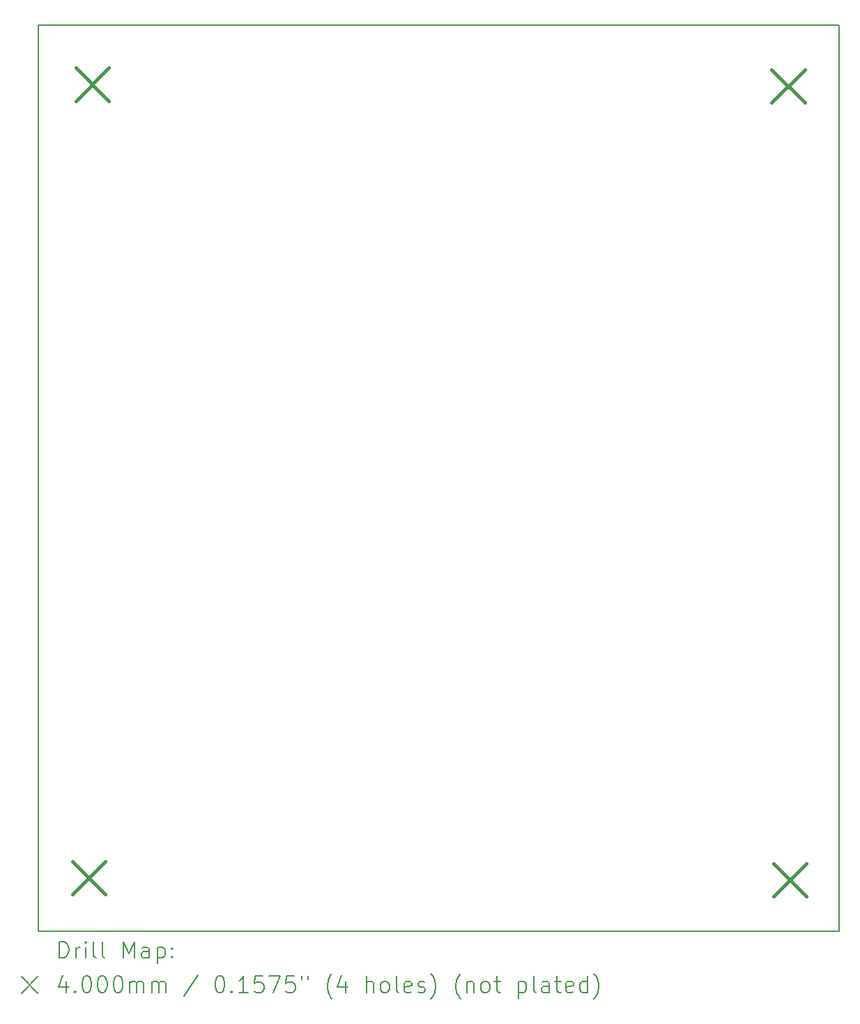
<source format=gbr>
%TF.GenerationSoftware,KiCad,Pcbnew,7.0.10*%
%TF.CreationDate,2024-03-07T18:06:18-07:00*%
%TF.ProjectId,Senior Design,53656e69-6f72-4204-9465-7369676e2e6b,rev?*%
%TF.SameCoordinates,Original*%
%TF.FileFunction,Drillmap*%
%TF.FilePolarity,Positive*%
%FSLAX45Y45*%
G04 Gerber Fmt 4.5, Leading zero omitted, Abs format (unit mm)*
G04 Created by KiCad (PCBNEW 7.0.10) date 2024-03-07 18:06:18*
%MOMM*%
%LPD*%
G01*
G04 APERTURE LIST*
%ADD10C,0.200000*%
%ADD11C,0.400000*%
G04 APERTURE END LIST*
D10*
X12200000Y-3670000D02*
X21924000Y-3670000D01*
X21924000Y-14670000D01*
X12200000Y-14670000D01*
X12200000Y-3670000D01*
D11*
X12610000Y-13820000D02*
X13010000Y-14220000D01*
X13010000Y-13820000D02*
X12610000Y-14220000D01*
X12650000Y-4190000D02*
X13050000Y-4590000D01*
X13050000Y-4190000D02*
X12650000Y-4590000D01*
X21106000Y-4209000D02*
X21506000Y-4609000D01*
X21506000Y-4209000D02*
X21106000Y-4609000D01*
X21126000Y-13846000D02*
X21526000Y-14246000D01*
X21526000Y-13846000D02*
X21126000Y-14246000D01*
D10*
X12450777Y-14991484D02*
X12450777Y-14791484D01*
X12450777Y-14791484D02*
X12498396Y-14791484D01*
X12498396Y-14791484D02*
X12526967Y-14801008D01*
X12526967Y-14801008D02*
X12546015Y-14820055D01*
X12546015Y-14820055D02*
X12555539Y-14839103D01*
X12555539Y-14839103D02*
X12565062Y-14877198D01*
X12565062Y-14877198D02*
X12565062Y-14905769D01*
X12565062Y-14905769D02*
X12555539Y-14943865D01*
X12555539Y-14943865D02*
X12546015Y-14962912D01*
X12546015Y-14962912D02*
X12526967Y-14981960D01*
X12526967Y-14981960D02*
X12498396Y-14991484D01*
X12498396Y-14991484D02*
X12450777Y-14991484D01*
X12650777Y-14991484D02*
X12650777Y-14858150D01*
X12650777Y-14896246D02*
X12660301Y-14877198D01*
X12660301Y-14877198D02*
X12669824Y-14867674D01*
X12669824Y-14867674D02*
X12688872Y-14858150D01*
X12688872Y-14858150D02*
X12707920Y-14858150D01*
X12774586Y-14991484D02*
X12774586Y-14858150D01*
X12774586Y-14791484D02*
X12765062Y-14801008D01*
X12765062Y-14801008D02*
X12774586Y-14810531D01*
X12774586Y-14810531D02*
X12784110Y-14801008D01*
X12784110Y-14801008D02*
X12774586Y-14791484D01*
X12774586Y-14791484D02*
X12774586Y-14810531D01*
X12898396Y-14991484D02*
X12879348Y-14981960D01*
X12879348Y-14981960D02*
X12869824Y-14962912D01*
X12869824Y-14962912D02*
X12869824Y-14791484D01*
X13003158Y-14991484D02*
X12984110Y-14981960D01*
X12984110Y-14981960D02*
X12974586Y-14962912D01*
X12974586Y-14962912D02*
X12974586Y-14791484D01*
X13231729Y-14991484D02*
X13231729Y-14791484D01*
X13231729Y-14791484D02*
X13298396Y-14934341D01*
X13298396Y-14934341D02*
X13365062Y-14791484D01*
X13365062Y-14791484D02*
X13365062Y-14991484D01*
X13546015Y-14991484D02*
X13546015Y-14886722D01*
X13546015Y-14886722D02*
X13536491Y-14867674D01*
X13536491Y-14867674D02*
X13517443Y-14858150D01*
X13517443Y-14858150D02*
X13479348Y-14858150D01*
X13479348Y-14858150D02*
X13460301Y-14867674D01*
X13546015Y-14981960D02*
X13526967Y-14991484D01*
X13526967Y-14991484D02*
X13479348Y-14991484D01*
X13479348Y-14991484D02*
X13460301Y-14981960D01*
X13460301Y-14981960D02*
X13450777Y-14962912D01*
X13450777Y-14962912D02*
X13450777Y-14943865D01*
X13450777Y-14943865D02*
X13460301Y-14924817D01*
X13460301Y-14924817D02*
X13479348Y-14915293D01*
X13479348Y-14915293D02*
X13526967Y-14915293D01*
X13526967Y-14915293D02*
X13546015Y-14905769D01*
X13641253Y-14858150D02*
X13641253Y-15058150D01*
X13641253Y-14867674D02*
X13660301Y-14858150D01*
X13660301Y-14858150D02*
X13698396Y-14858150D01*
X13698396Y-14858150D02*
X13717443Y-14867674D01*
X13717443Y-14867674D02*
X13726967Y-14877198D01*
X13726967Y-14877198D02*
X13736491Y-14896246D01*
X13736491Y-14896246D02*
X13736491Y-14953388D01*
X13736491Y-14953388D02*
X13726967Y-14972436D01*
X13726967Y-14972436D02*
X13717443Y-14981960D01*
X13717443Y-14981960D02*
X13698396Y-14991484D01*
X13698396Y-14991484D02*
X13660301Y-14991484D01*
X13660301Y-14991484D02*
X13641253Y-14981960D01*
X13822205Y-14972436D02*
X13831729Y-14981960D01*
X13831729Y-14981960D02*
X13822205Y-14991484D01*
X13822205Y-14991484D02*
X13812682Y-14981960D01*
X13812682Y-14981960D02*
X13822205Y-14972436D01*
X13822205Y-14972436D02*
X13822205Y-14991484D01*
X13822205Y-14867674D02*
X13831729Y-14877198D01*
X13831729Y-14877198D02*
X13822205Y-14886722D01*
X13822205Y-14886722D02*
X13812682Y-14877198D01*
X13812682Y-14877198D02*
X13822205Y-14867674D01*
X13822205Y-14867674D02*
X13822205Y-14886722D01*
X11990000Y-15220000D02*
X12190000Y-15420000D01*
X12190000Y-15220000D02*
X11990000Y-15420000D01*
X12536491Y-15278150D02*
X12536491Y-15411484D01*
X12488872Y-15201960D02*
X12441253Y-15344817D01*
X12441253Y-15344817D02*
X12565062Y-15344817D01*
X12641253Y-15392436D02*
X12650777Y-15401960D01*
X12650777Y-15401960D02*
X12641253Y-15411484D01*
X12641253Y-15411484D02*
X12631729Y-15401960D01*
X12631729Y-15401960D02*
X12641253Y-15392436D01*
X12641253Y-15392436D02*
X12641253Y-15411484D01*
X12774586Y-15211484D02*
X12793634Y-15211484D01*
X12793634Y-15211484D02*
X12812682Y-15221008D01*
X12812682Y-15221008D02*
X12822205Y-15230531D01*
X12822205Y-15230531D02*
X12831729Y-15249579D01*
X12831729Y-15249579D02*
X12841253Y-15287674D01*
X12841253Y-15287674D02*
X12841253Y-15335293D01*
X12841253Y-15335293D02*
X12831729Y-15373388D01*
X12831729Y-15373388D02*
X12822205Y-15392436D01*
X12822205Y-15392436D02*
X12812682Y-15401960D01*
X12812682Y-15401960D02*
X12793634Y-15411484D01*
X12793634Y-15411484D02*
X12774586Y-15411484D01*
X12774586Y-15411484D02*
X12755539Y-15401960D01*
X12755539Y-15401960D02*
X12746015Y-15392436D01*
X12746015Y-15392436D02*
X12736491Y-15373388D01*
X12736491Y-15373388D02*
X12726967Y-15335293D01*
X12726967Y-15335293D02*
X12726967Y-15287674D01*
X12726967Y-15287674D02*
X12736491Y-15249579D01*
X12736491Y-15249579D02*
X12746015Y-15230531D01*
X12746015Y-15230531D02*
X12755539Y-15221008D01*
X12755539Y-15221008D02*
X12774586Y-15211484D01*
X12965062Y-15211484D02*
X12984110Y-15211484D01*
X12984110Y-15211484D02*
X13003158Y-15221008D01*
X13003158Y-15221008D02*
X13012682Y-15230531D01*
X13012682Y-15230531D02*
X13022205Y-15249579D01*
X13022205Y-15249579D02*
X13031729Y-15287674D01*
X13031729Y-15287674D02*
X13031729Y-15335293D01*
X13031729Y-15335293D02*
X13022205Y-15373388D01*
X13022205Y-15373388D02*
X13012682Y-15392436D01*
X13012682Y-15392436D02*
X13003158Y-15401960D01*
X13003158Y-15401960D02*
X12984110Y-15411484D01*
X12984110Y-15411484D02*
X12965062Y-15411484D01*
X12965062Y-15411484D02*
X12946015Y-15401960D01*
X12946015Y-15401960D02*
X12936491Y-15392436D01*
X12936491Y-15392436D02*
X12926967Y-15373388D01*
X12926967Y-15373388D02*
X12917443Y-15335293D01*
X12917443Y-15335293D02*
X12917443Y-15287674D01*
X12917443Y-15287674D02*
X12926967Y-15249579D01*
X12926967Y-15249579D02*
X12936491Y-15230531D01*
X12936491Y-15230531D02*
X12946015Y-15221008D01*
X12946015Y-15221008D02*
X12965062Y-15211484D01*
X13155539Y-15211484D02*
X13174586Y-15211484D01*
X13174586Y-15211484D02*
X13193634Y-15221008D01*
X13193634Y-15221008D02*
X13203158Y-15230531D01*
X13203158Y-15230531D02*
X13212682Y-15249579D01*
X13212682Y-15249579D02*
X13222205Y-15287674D01*
X13222205Y-15287674D02*
X13222205Y-15335293D01*
X13222205Y-15335293D02*
X13212682Y-15373388D01*
X13212682Y-15373388D02*
X13203158Y-15392436D01*
X13203158Y-15392436D02*
X13193634Y-15401960D01*
X13193634Y-15401960D02*
X13174586Y-15411484D01*
X13174586Y-15411484D02*
X13155539Y-15411484D01*
X13155539Y-15411484D02*
X13136491Y-15401960D01*
X13136491Y-15401960D02*
X13126967Y-15392436D01*
X13126967Y-15392436D02*
X13117443Y-15373388D01*
X13117443Y-15373388D02*
X13107920Y-15335293D01*
X13107920Y-15335293D02*
X13107920Y-15287674D01*
X13107920Y-15287674D02*
X13117443Y-15249579D01*
X13117443Y-15249579D02*
X13126967Y-15230531D01*
X13126967Y-15230531D02*
X13136491Y-15221008D01*
X13136491Y-15221008D02*
X13155539Y-15211484D01*
X13307920Y-15411484D02*
X13307920Y-15278150D01*
X13307920Y-15297198D02*
X13317443Y-15287674D01*
X13317443Y-15287674D02*
X13336491Y-15278150D01*
X13336491Y-15278150D02*
X13365063Y-15278150D01*
X13365063Y-15278150D02*
X13384110Y-15287674D01*
X13384110Y-15287674D02*
X13393634Y-15306722D01*
X13393634Y-15306722D02*
X13393634Y-15411484D01*
X13393634Y-15306722D02*
X13403158Y-15287674D01*
X13403158Y-15287674D02*
X13422205Y-15278150D01*
X13422205Y-15278150D02*
X13450777Y-15278150D01*
X13450777Y-15278150D02*
X13469824Y-15287674D01*
X13469824Y-15287674D02*
X13479348Y-15306722D01*
X13479348Y-15306722D02*
X13479348Y-15411484D01*
X13574586Y-15411484D02*
X13574586Y-15278150D01*
X13574586Y-15297198D02*
X13584110Y-15287674D01*
X13584110Y-15287674D02*
X13603158Y-15278150D01*
X13603158Y-15278150D02*
X13631729Y-15278150D01*
X13631729Y-15278150D02*
X13650777Y-15287674D01*
X13650777Y-15287674D02*
X13660301Y-15306722D01*
X13660301Y-15306722D02*
X13660301Y-15411484D01*
X13660301Y-15306722D02*
X13669824Y-15287674D01*
X13669824Y-15287674D02*
X13688872Y-15278150D01*
X13688872Y-15278150D02*
X13717443Y-15278150D01*
X13717443Y-15278150D02*
X13736491Y-15287674D01*
X13736491Y-15287674D02*
X13746015Y-15306722D01*
X13746015Y-15306722D02*
X13746015Y-15411484D01*
X14136491Y-15201960D02*
X13965063Y-15459103D01*
X14393634Y-15211484D02*
X14412682Y-15211484D01*
X14412682Y-15211484D02*
X14431729Y-15221008D01*
X14431729Y-15221008D02*
X14441253Y-15230531D01*
X14441253Y-15230531D02*
X14450777Y-15249579D01*
X14450777Y-15249579D02*
X14460301Y-15287674D01*
X14460301Y-15287674D02*
X14460301Y-15335293D01*
X14460301Y-15335293D02*
X14450777Y-15373388D01*
X14450777Y-15373388D02*
X14441253Y-15392436D01*
X14441253Y-15392436D02*
X14431729Y-15401960D01*
X14431729Y-15401960D02*
X14412682Y-15411484D01*
X14412682Y-15411484D02*
X14393634Y-15411484D01*
X14393634Y-15411484D02*
X14374586Y-15401960D01*
X14374586Y-15401960D02*
X14365063Y-15392436D01*
X14365063Y-15392436D02*
X14355539Y-15373388D01*
X14355539Y-15373388D02*
X14346015Y-15335293D01*
X14346015Y-15335293D02*
X14346015Y-15287674D01*
X14346015Y-15287674D02*
X14355539Y-15249579D01*
X14355539Y-15249579D02*
X14365063Y-15230531D01*
X14365063Y-15230531D02*
X14374586Y-15221008D01*
X14374586Y-15221008D02*
X14393634Y-15211484D01*
X14546015Y-15392436D02*
X14555539Y-15401960D01*
X14555539Y-15401960D02*
X14546015Y-15411484D01*
X14546015Y-15411484D02*
X14536491Y-15401960D01*
X14536491Y-15401960D02*
X14546015Y-15392436D01*
X14546015Y-15392436D02*
X14546015Y-15411484D01*
X14746015Y-15411484D02*
X14631729Y-15411484D01*
X14688872Y-15411484D02*
X14688872Y-15211484D01*
X14688872Y-15211484D02*
X14669825Y-15240055D01*
X14669825Y-15240055D02*
X14650777Y-15259103D01*
X14650777Y-15259103D02*
X14631729Y-15268627D01*
X14926967Y-15211484D02*
X14831729Y-15211484D01*
X14831729Y-15211484D02*
X14822206Y-15306722D01*
X14822206Y-15306722D02*
X14831729Y-15297198D01*
X14831729Y-15297198D02*
X14850777Y-15287674D01*
X14850777Y-15287674D02*
X14898396Y-15287674D01*
X14898396Y-15287674D02*
X14917444Y-15297198D01*
X14917444Y-15297198D02*
X14926967Y-15306722D01*
X14926967Y-15306722D02*
X14936491Y-15325769D01*
X14936491Y-15325769D02*
X14936491Y-15373388D01*
X14936491Y-15373388D02*
X14926967Y-15392436D01*
X14926967Y-15392436D02*
X14917444Y-15401960D01*
X14917444Y-15401960D02*
X14898396Y-15411484D01*
X14898396Y-15411484D02*
X14850777Y-15411484D01*
X14850777Y-15411484D02*
X14831729Y-15401960D01*
X14831729Y-15401960D02*
X14822206Y-15392436D01*
X15003158Y-15211484D02*
X15136491Y-15211484D01*
X15136491Y-15211484D02*
X15050777Y-15411484D01*
X15307920Y-15211484D02*
X15212682Y-15211484D01*
X15212682Y-15211484D02*
X15203158Y-15306722D01*
X15203158Y-15306722D02*
X15212682Y-15297198D01*
X15212682Y-15297198D02*
X15231729Y-15287674D01*
X15231729Y-15287674D02*
X15279348Y-15287674D01*
X15279348Y-15287674D02*
X15298396Y-15297198D01*
X15298396Y-15297198D02*
X15307920Y-15306722D01*
X15307920Y-15306722D02*
X15317444Y-15325769D01*
X15317444Y-15325769D02*
X15317444Y-15373388D01*
X15317444Y-15373388D02*
X15307920Y-15392436D01*
X15307920Y-15392436D02*
X15298396Y-15401960D01*
X15298396Y-15401960D02*
X15279348Y-15411484D01*
X15279348Y-15411484D02*
X15231729Y-15411484D01*
X15231729Y-15411484D02*
X15212682Y-15401960D01*
X15212682Y-15401960D02*
X15203158Y-15392436D01*
X15393634Y-15211484D02*
X15393634Y-15249579D01*
X15469825Y-15211484D02*
X15469825Y-15249579D01*
X15765063Y-15487674D02*
X15755539Y-15478150D01*
X15755539Y-15478150D02*
X15736491Y-15449579D01*
X15736491Y-15449579D02*
X15726968Y-15430531D01*
X15726968Y-15430531D02*
X15717444Y-15401960D01*
X15717444Y-15401960D02*
X15707920Y-15354341D01*
X15707920Y-15354341D02*
X15707920Y-15316246D01*
X15707920Y-15316246D02*
X15717444Y-15268627D01*
X15717444Y-15268627D02*
X15726968Y-15240055D01*
X15726968Y-15240055D02*
X15736491Y-15221008D01*
X15736491Y-15221008D02*
X15755539Y-15192436D01*
X15755539Y-15192436D02*
X15765063Y-15182912D01*
X15926968Y-15278150D02*
X15926968Y-15411484D01*
X15879348Y-15201960D02*
X15831729Y-15344817D01*
X15831729Y-15344817D02*
X15955539Y-15344817D01*
X16184110Y-15411484D02*
X16184110Y-15211484D01*
X16269825Y-15411484D02*
X16269825Y-15306722D01*
X16269825Y-15306722D02*
X16260301Y-15287674D01*
X16260301Y-15287674D02*
X16241253Y-15278150D01*
X16241253Y-15278150D02*
X16212682Y-15278150D01*
X16212682Y-15278150D02*
X16193634Y-15287674D01*
X16193634Y-15287674D02*
X16184110Y-15297198D01*
X16393634Y-15411484D02*
X16374587Y-15401960D01*
X16374587Y-15401960D02*
X16365063Y-15392436D01*
X16365063Y-15392436D02*
X16355539Y-15373388D01*
X16355539Y-15373388D02*
X16355539Y-15316246D01*
X16355539Y-15316246D02*
X16365063Y-15297198D01*
X16365063Y-15297198D02*
X16374587Y-15287674D01*
X16374587Y-15287674D02*
X16393634Y-15278150D01*
X16393634Y-15278150D02*
X16422206Y-15278150D01*
X16422206Y-15278150D02*
X16441253Y-15287674D01*
X16441253Y-15287674D02*
X16450777Y-15297198D01*
X16450777Y-15297198D02*
X16460301Y-15316246D01*
X16460301Y-15316246D02*
X16460301Y-15373388D01*
X16460301Y-15373388D02*
X16450777Y-15392436D01*
X16450777Y-15392436D02*
X16441253Y-15401960D01*
X16441253Y-15401960D02*
X16422206Y-15411484D01*
X16422206Y-15411484D02*
X16393634Y-15411484D01*
X16574587Y-15411484D02*
X16555539Y-15401960D01*
X16555539Y-15401960D02*
X16546015Y-15382912D01*
X16546015Y-15382912D02*
X16546015Y-15211484D01*
X16726968Y-15401960D02*
X16707920Y-15411484D01*
X16707920Y-15411484D02*
X16669825Y-15411484D01*
X16669825Y-15411484D02*
X16650777Y-15401960D01*
X16650777Y-15401960D02*
X16641253Y-15382912D01*
X16641253Y-15382912D02*
X16641253Y-15306722D01*
X16641253Y-15306722D02*
X16650777Y-15287674D01*
X16650777Y-15287674D02*
X16669825Y-15278150D01*
X16669825Y-15278150D02*
X16707920Y-15278150D01*
X16707920Y-15278150D02*
X16726968Y-15287674D01*
X16726968Y-15287674D02*
X16736491Y-15306722D01*
X16736491Y-15306722D02*
X16736491Y-15325769D01*
X16736491Y-15325769D02*
X16641253Y-15344817D01*
X16812682Y-15401960D02*
X16831730Y-15411484D01*
X16831730Y-15411484D02*
X16869825Y-15411484D01*
X16869825Y-15411484D02*
X16888873Y-15401960D01*
X16888873Y-15401960D02*
X16898396Y-15382912D01*
X16898396Y-15382912D02*
X16898396Y-15373388D01*
X16898396Y-15373388D02*
X16888873Y-15354341D01*
X16888873Y-15354341D02*
X16869825Y-15344817D01*
X16869825Y-15344817D02*
X16841253Y-15344817D01*
X16841253Y-15344817D02*
X16822206Y-15335293D01*
X16822206Y-15335293D02*
X16812682Y-15316246D01*
X16812682Y-15316246D02*
X16812682Y-15306722D01*
X16812682Y-15306722D02*
X16822206Y-15287674D01*
X16822206Y-15287674D02*
X16841253Y-15278150D01*
X16841253Y-15278150D02*
X16869825Y-15278150D01*
X16869825Y-15278150D02*
X16888873Y-15287674D01*
X16965063Y-15487674D02*
X16974587Y-15478150D01*
X16974587Y-15478150D02*
X16993634Y-15449579D01*
X16993634Y-15449579D02*
X17003158Y-15430531D01*
X17003158Y-15430531D02*
X17012682Y-15401960D01*
X17012682Y-15401960D02*
X17022206Y-15354341D01*
X17022206Y-15354341D02*
X17022206Y-15316246D01*
X17022206Y-15316246D02*
X17012682Y-15268627D01*
X17012682Y-15268627D02*
X17003158Y-15240055D01*
X17003158Y-15240055D02*
X16993634Y-15221008D01*
X16993634Y-15221008D02*
X16974587Y-15192436D01*
X16974587Y-15192436D02*
X16965063Y-15182912D01*
X17326968Y-15487674D02*
X17317444Y-15478150D01*
X17317444Y-15478150D02*
X17298396Y-15449579D01*
X17298396Y-15449579D02*
X17288873Y-15430531D01*
X17288873Y-15430531D02*
X17279349Y-15401960D01*
X17279349Y-15401960D02*
X17269825Y-15354341D01*
X17269825Y-15354341D02*
X17269825Y-15316246D01*
X17269825Y-15316246D02*
X17279349Y-15268627D01*
X17279349Y-15268627D02*
X17288873Y-15240055D01*
X17288873Y-15240055D02*
X17298396Y-15221008D01*
X17298396Y-15221008D02*
X17317444Y-15192436D01*
X17317444Y-15192436D02*
X17326968Y-15182912D01*
X17403158Y-15278150D02*
X17403158Y-15411484D01*
X17403158Y-15297198D02*
X17412682Y-15287674D01*
X17412682Y-15287674D02*
X17431730Y-15278150D01*
X17431730Y-15278150D02*
X17460301Y-15278150D01*
X17460301Y-15278150D02*
X17479349Y-15287674D01*
X17479349Y-15287674D02*
X17488873Y-15306722D01*
X17488873Y-15306722D02*
X17488873Y-15411484D01*
X17612682Y-15411484D02*
X17593634Y-15401960D01*
X17593634Y-15401960D02*
X17584111Y-15392436D01*
X17584111Y-15392436D02*
X17574587Y-15373388D01*
X17574587Y-15373388D02*
X17574587Y-15316246D01*
X17574587Y-15316246D02*
X17584111Y-15297198D01*
X17584111Y-15297198D02*
X17593634Y-15287674D01*
X17593634Y-15287674D02*
X17612682Y-15278150D01*
X17612682Y-15278150D02*
X17641254Y-15278150D01*
X17641254Y-15278150D02*
X17660301Y-15287674D01*
X17660301Y-15287674D02*
X17669825Y-15297198D01*
X17669825Y-15297198D02*
X17679349Y-15316246D01*
X17679349Y-15316246D02*
X17679349Y-15373388D01*
X17679349Y-15373388D02*
X17669825Y-15392436D01*
X17669825Y-15392436D02*
X17660301Y-15401960D01*
X17660301Y-15401960D02*
X17641254Y-15411484D01*
X17641254Y-15411484D02*
X17612682Y-15411484D01*
X17736492Y-15278150D02*
X17812682Y-15278150D01*
X17765063Y-15211484D02*
X17765063Y-15382912D01*
X17765063Y-15382912D02*
X17774587Y-15401960D01*
X17774587Y-15401960D02*
X17793634Y-15411484D01*
X17793634Y-15411484D02*
X17812682Y-15411484D01*
X18031730Y-15278150D02*
X18031730Y-15478150D01*
X18031730Y-15287674D02*
X18050777Y-15278150D01*
X18050777Y-15278150D02*
X18088873Y-15278150D01*
X18088873Y-15278150D02*
X18107920Y-15287674D01*
X18107920Y-15287674D02*
X18117444Y-15297198D01*
X18117444Y-15297198D02*
X18126968Y-15316246D01*
X18126968Y-15316246D02*
X18126968Y-15373388D01*
X18126968Y-15373388D02*
X18117444Y-15392436D01*
X18117444Y-15392436D02*
X18107920Y-15401960D01*
X18107920Y-15401960D02*
X18088873Y-15411484D01*
X18088873Y-15411484D02*
X18050777Y-15411484D01*
X18050777Y-15411484D02*
X18031730Y-15401960D01*
X18241254Y-15411484D02*
X18222206Y-15401960D01*
X18222206Y-15401960D02*
X18212682Y-15382912D01*
X18212682Y-15382912D02*
X18212682Y-15211484D01*
X18403158Y-15411484D02*
X18403158Y-15306722D01*
X18403158Y-15306722D02*
X18393635Y-15287674D01*
X18393635Y-15287674D02*
X18374587Y-15278150D01*
X18374587Y-15278150D02*
X18336492Y-15278150D01*
X18336492Y-15278150D02*
X18317444Y-15287674D01*
X18403158Y-15401960D02*
X18384111Y-15411484D01*
X18384111Y-15411484D02*
X18336492Y-15411484D01*
X18336492Y-15411484D02*
X18317444Y-15401960D01*
X18317444Y-15401960D02*
X18307920Y-15382912D01*
X18307920Y-15382912D02*
X18307920Y-15363865D01*
X18307920Y-15363865D02*
X18317444Y-15344817D01*
X18317444Y-15344817D02*
X18336492Y-15335293D01*
X18336492Y-15335293D02*
X18384111Y-15335293D01*
X18384111Y-15335293D02*
X18403158Y-15325769D01*
X18469825Y-15278150D02*
X18546015Y-15278150D01*
X18498396Y-15211484D02*
X18498396Y-15382912D01*
X18498396Y-15382912D02*
X18507920Y-15401960D01*
X18507920Y-15401960D02*
X18526968Y-15411484D01*
X18526968Y-15411484D02*
X18546015Y-15411484D01*
X18688873Y-15401960D02*
X18669825Y-15411484D01*
X18669825Y-15411484D02*
X18631730Y-15411484D01*
X18631730Y-15411484D02*
X18612682Y-15401960D01*
X18612682Y-15401960D02*
X18603158Y-15382912D01*
X18603158Y-15382912D02*
X18603158Y-15306722D01*
X18603158Y-15306722D02*
X18612682Y-15287674D01*
X18612682Y-15287674D02*
X18631730Y-15278150D01*
X18631730Y-15278150D02*
X18669825Y-15278150D01*
X18669825Y-15278150D02*
X18688873Y-15287674D01*
X18688873Y-15287674D02*
X18698396Y-15306722D01*
X18698396Y-15306722D02*
X18698396Y-15325769D01*
X18698396Y-15325769D02*
X18603158Y-15344817D01*
X18869825Y-15411484D02*
X18869825Y-15211484D01*
X18869825Y-15401960D02*
X18850777Y-15411484D01*
X18850777Y-15411484D02*
X18812682Y-15411484D01*
X18812682Y-15411484D02*
X18793635Y-15401960D01*
X18793635Y-15401960D02*
X18784111Y-15392436D01*
X18784111Y-15392436D02*
X18774587Y-15373388D01*
X18774587Y-15373388D02*
X18774587Y-15316246D01*
X18774587Y-15316246D02*
X18784111Y-15297198D01*
X18784111Y-15297198D02*
X18793635Y-15287674D01*
X18793635Y-15287674D02*
X18812682Y-15278150D01*
X18812682Y-15278150D02*
X18850777Y-15278150D01*
X18850777Y-15278150D02*
X18869825Y-15287674D01*
X18946016Y-15487674D02*
X18955539Y-15478150D01*
X18955539Y-15478150D02*
X18974587Y-15449579D01*
X18974587Y-15449579D02*
X18984111Y-15430531D01*
X18984111Y-15430531D02*
X18993635Y-15401960D01*
X18993635Y-15401960D02*
X19003158Y-15354341D01*
X19003158Y-15354341D02*
X19003158Y-15316246D01*
X19003158Y-15316246D02*
X18993635Y-15268627D01*
X18993635Y-15268627D02*
X18984111Y-15240055D01*
X18984111Y-15240055D02*
X18974587Y-15221008D01*
X18974587Y-15221008D02*
X18955539Y-15192436D01*
X18955539Y-15192436D02*
X18946016Y-15182912D01*
M02*

</source>
